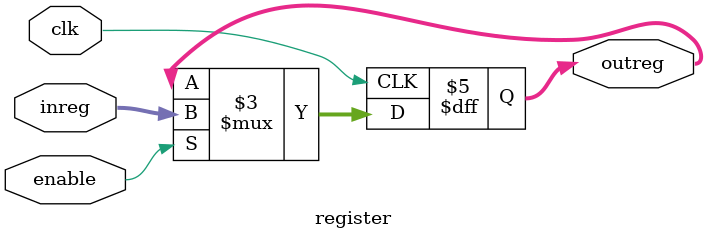
<source format=sv>
module register (output reg [1:2]outreg,input [1:2]inreg,input clk,input enable);
  initial begin
    outreg=0;
  end
  always @(posedge clk) begin
    if (enable)
      outreg <= inreg;
  end
endmodule

</source>
